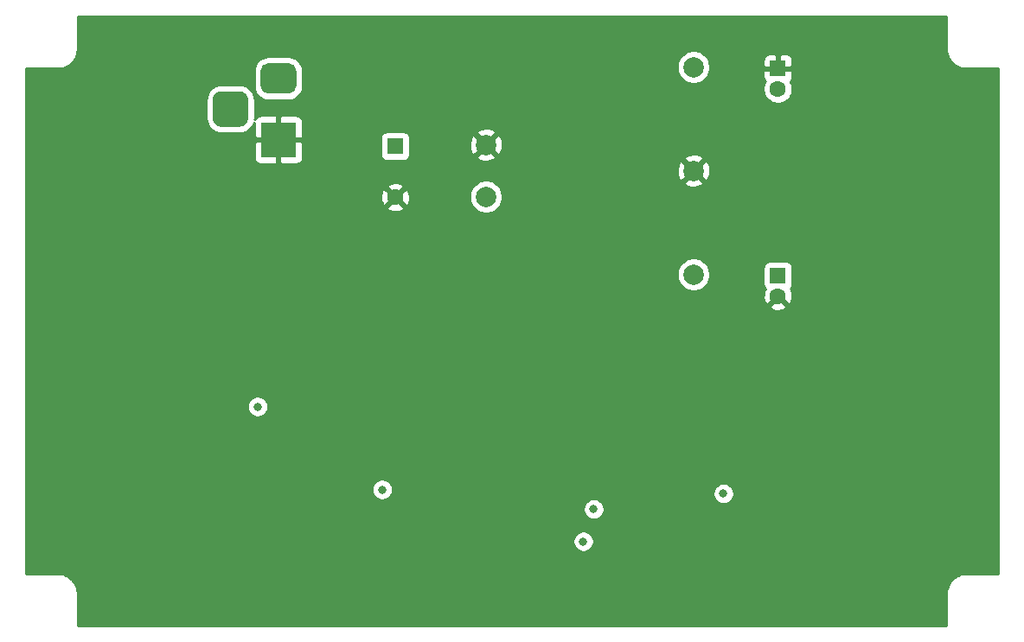
<source format=gbr>
%TF.GenerationSoftware,KiCad,Pcbnew,(5.1.9)-1*%
%TF.CreationDate,2021-05-02T14:53:51-04:00*%
%TF.ProjectId,openEPR_Lock-In,6f70656e-4550-4525-9f4c-6f636b2d496e,rev?*%
%TF.SameCoordinates,Original*%
%TF.FileFunction,Copper,L2,Inr*%
%TF.FilePolarity,Positive*%
%FSLAX46Y46*%
G04 Gerber Fmt 4.6, Leading zero omitted, Abs format (unit mm)*
G04 Created by KiCad (PCBNEW (5.1.9)-1) date 2021-05-02 14:53:51*
%MOMM*%
%LPD*%
G01*
G04 APERTURE LIST*
%TA.AperFunction,ComponentPad*%
%ADD10C,2.000000*%
%TD*%
%TA.AperFunction,ComponentPad*%
%ADD11R,3.500000X3.500000*%
%TD*%
%TA.AperFunction,ComponentPad*%
%ADD12R,1.600000X1.600000*%
%TD*%
%TA.AperFunction,ComponentPad*%
%ADD13C,1.600000*%
%TD*%
%TA.AperFunction,ViaPad*%
%ADD14C,0.800000*%
%TD*%
%TA.AperFunction,Conductor*%
%ADD15C,0.254000*%
%TD*%
%TA.AperFunction,Conductor*%
%ADD16C,0.100000*%
%TD*%
G04 APERTURE END LIST*
D10*
%TO.N,GND*%
%TO.C,U4*%
X71120000Y-38608000D03*
%TO.N,/Vin*%
X71120000Y-43688000D03*
%TO.N,/V+*%
X91440000Y-51308000D03*
%TO.N,GND*%
X91440000Y-41148000D03*
%TO.N,/V-*%
X91440000Y-30988000D03*
%TD*%
D11*
%TO.N,GND*%
%TO.C,J4*%
X50800000Y-38100000D03*
%TO.N,/Vin*%
%TA.AperFunction,ComponentPad*%
G36*
G01*
X49800000Y-30600000D02*
X51800000Y-30600000D01*
G75*
G02*
X52550000Y-31350000I0J-750000D01*
G01*
X52550000Y-32850000D01*
G75*
G02*
X51800000Y-33600000I-750000J0D01*
G01*
X49800000Y-33600000D01*
G75*
G02*
X49050000Y-32850000I0J750000D01*
G01*
X49050000Y-31350000D01*
G75*
G02*
X49800000Y-30600000I750000J0D01*
G01*
G37*
%TD.AperFunction*%
%TO.N,N/C*%
%TA.AperFunction,ComponentPad*%
G36*
G01*
X45225000Y-33350000D02*
X46975000Y-33350000D01*
G75*
G02*
X47850000Y-34225000I0J-875000D01*
G01*
X47850000Y-35975000D01*
G75*
G02*
X46975000Y-36850000I-875000J0D01*
G01*
X45225000Y-36850000D01*
G75*
G02*
X44350000Y-35975000I0J875000D01*
G01*
X44350000Y-34225000D01*
G75*
G02*
X45225000Y-33350000I875000J0D01*
G01*
G37*
%TD.AperFunction*%
%TD*%
D12*
%TO.N,/Vin*%
%TO.C,C7*%
X62230000Y-38735000D03*
D13*
%TO.N,GND*%
X62230000Y-43735000D03*
%TD*%
D12*
%TO.N,/V+*%
%TO.C,C9*%
X99695000Y-51435000D03*
D13*
%TO.N,GND*%
X99695000Y-53435000D03*
%TD*%
%TO.N,/V-*%
%TO.C,C11*%
X99695000Y-33115000D03*
D12*
%TO.N,GND*%
X99695000Y-31115000D03*
%TD*%
D14*
%TO.N,GND*%
X53340000Y-69215000D03*
X69850000Y-83820000D03*
X72390000Y-83820000D03*
X74930000Y-83820000D03*
X77470000Y-83820000D03*
X69850000Y-81280000D03*
X72390000Y-81280000D03*
X74930000Y-81280000D03*
X77470000Y-81280000D03*
X72390000Y-78740000D03*
X69850000Y-78740000D03*
X67310000Y-78740000D03*
X64770000Y-78740000D03*
X62230000Y-78740000D03*
X62230000Y-76200000D03*
X64770000Y-76200000D03*
X67310000Y-76200000D03*
X69850000Y-76200000D03*
X62230000Y-69850000D03*
X64770000Y-69850000D03*
X67310000Y-69850000D03*
X67310000Y-67310000D03*
X64770000Y-67310000D03*
X62230000Y-67310000D03*
X59690000Y-67310000D03*
X59690000Y-69850000D03*
X57150000Y-69850000D03*
X59690000Y-64770000D03*
X62230000Y-64770000D03*
X64770000Y-64770000D03*
X67310000Y-64770000D03*
X67310000Y-62230000D03*
X64770000Y-62230000D03*
X62230000Y-62230000D03*
X59690000Y-62230000D03*
X72390000Y-72390000D03*
X74930000Y-72390000D03*
X74930000Y-69850000D03*
X72390000Y-69850000D03*
X72390000Y-67310000D03*
X74930000Y-64770000D03*
X72390000Y-62230000D03*
X74930000Y-62230000D03*
X77470000Y-62230000D03*
X83820000Y-71120000D03*
X83820000Y-68580000D03*
X83820000Y-64770000D03*
X90170000Y-83820000D03*
X92710000Y-83820000D03*
X95250000Y-83820000D03*
X97790000Y-83820000D03*
X97790000Y-81280000D03*
X95250000Y-81280000D03*
X92710000Y-81280000D03*
X90170000Y-81280000D03*
X49530000Y-83820000D03*
X52070000Y-83820000D03*
X54610000Y-83820000D03*
X57150000Y-83820000D03*
X57150000Y-81280000D03*
X54610000Y-81280000D03*
X52070000Y-81280000D03*
X49530000Y-81280000D03*
X82550000Y-78740000D03*
X95250000Y-78740000D03*
X97790000Y-78740000D03*
X110490000Y-83820000D03*
X113030000Y-83820000D03*
X113030000Y-81280000D03*
X110490000Y-81280000D03*
X36830000Y-83820000D03*
X34290000Y-83820000D03*
X34290000Y-81280000D03*
X36830000Y-81280000D03*
X39370000Y-72390000D03*
X41910000Y-63500000D03*
X59690000Y-59690000D03*
X62230000Y-59690000D03*
X64770000Y-59690000D03*
X67310000Y-59690000D03*
X69850000Y-59690000D03*
X72390000Y-59690000D03*
X74930000Y-59690000D03*
X77470000Y-59690000D03*
X80010000Y-59690000D03*
X83820000Y-59690000D03*
X83820000Y-62230000D03*
X86360000Y-64770000D03*
X88900000Y-64770000D03*
X91440000Y-64770000D03*
X91440000Y-62230000D03*
X88900000Y-62230000D03*
X86360000Y-62230000D03*
X86360000Y-59690000D03*
X88900000Y-59690000D03*
X91440000Y-59690000D03*
X93980000Y-64770000D03*
X96520000Y-64770000D03*
X96520000Y-72390000D03*
X93980000Y-62230000D03*
X93980000Y-59690000D03*
X96520000Y-59690000D03*
X96520000Y-62230000D03*
X110490000Y-78740000D03*
X110490000Y-76200000D03*
X107950000Y-76200000D03*
X107950000Y-78740000D03*
X105410000Y-76200000D03*
X102870000Y-73660000D03*
X105410000Y-73660000D03*
X99060000Y-72390000D03*
X57150000Y-59690000D03*
X54610000Y-62230000D03*
X57150000Y-62230000D03*
X52070000Y-62230000D03*
X34290000Y-27940000D03*
X38100000Y-27940000D03*
X38100000Y-30480000D03*
X34290000Y-30480000D03*
X34290000Y-52070000D03*
X34290000Y-59690000D03*
X113030000Y-27940000D03*
X109220000Y-27940000D03*
X109220000Y-30480000D03*
X113030000Y-30480000D03*
X113030000Y-45720000D03*
X113030000Y-55880000D03*
X101600000Y-46990000D03*
X101600000Y-35560000D03*
X113030000Y-66040000D03*
X34290000Y-39370000D03*
X34290000Y-69850000D03*
X38100000Y-66675000D03*
X34290000Y-74930000D03*
X34290000Y-78105000D03*
X36830000Y-78105000D03*
X101600000Y-63500000D03*
X101600000Y-69850000D03*
X107950000Y-63500000D03*
X107950000Y-69850000D03*
X52070000Y-52070000D03*
X45085000Y-57150000D03*
X63500000Y-33020000D03*
X63500000Y-30480000D03*
X60960000Y-30480000D03*
X66040000Y-35560000D03*
X66040000Y-33020000D03*
X66040000Y-30480000D03*
%TO.N,/V+*%
X80645000Y-77470000D03*
X94361000Y-72771000D03*
X48768000Y-64262000D03*
%TO.N,/V-*%
X60960000Y-72390000D03*
X81661000Y-74295000D03*
%TD*%
D15*
%TO.N,GND*%
X116180001Y-29242419D02*
X116182802Y-29270855D01*
X116182747Y-29278682D01*
X116183646Y-29287853D01*
X116209554Y-29534357D01*
X116221589Y-29592986D01*
X116232792Y-29651716D01*
X116235456Y-29660538D01*
X116308751Y-29897314D01*
X116331931Y-29952457D01*
X116354339Y-30007920D01*
X116358665Y-30016054D01*
X116358667Y-30016059D01*
X116358670Y-30016064D01*
X116476553Y-30234086D01*
X116509988Y-30283654D01*
X116542759Y-30333735D01*
X116548584Y-30340876D01*
X116706577Y-30531856D01*
X116749012Y-30573995D01*
X116790875Y-30616745D01*
X116797976Y-30622618D01*
X116990053Y-30779273D01*
X117039875Y-30812374D01*
X117089237Y-30846173D01*
X117097343Y-30850556D01*
X117316191Y-30966919D01*
X117371479Y-30989707D01*
X117426475Y-31013279D01*
X117435278Y-31016003D01*
X117672559Y-31087643D01*
X117731246Y-31099264D01*
X117789752Y-31111700D01*
X117798915Y-31112663D01*
X117798917Y-31112663D01*
X118045595Y-31136850D01*
X118045598Y-31136850D01*
X118077581Y-31140000D01*
X121260000Y-31140000D01*
X121260001Y-80620000D01*
X118077581Y-80620000D01*
X118049135Y-80622802D01*
X118041318Y-80622747D01*
X118032147Y-80623646D01*
X117785644Y-80649554D01*
X117727028Y-80661586D01*
X117668284Y-80672792D01*
X117659462Y-80675456D01*
X117422686Y-80748751D01*
X117367555Y-80771926D01*
X117312080Y-80794339D01*
X117303944Y-80798666D01*
X117085914Y-80916554D01*
X117036346Y-80949988D01*
X116986265Y-80982760D01*
X116979124Y-80988584D01*
X116788144Y-81146577D01*
X116746005Y-81189012D01*
X116703255Y-81230875D01*
X116697381Y-81237976D01*
X116540727Y-81430054D01*
X116507655Y-81479831D01*
X116473826Y-81529237D01*
X116469444Y-81537343D01*
X116353081Y-81756191D01*
X116330298Y-81811468D01*
X116306721Y-81866475D01*
X116303997Y-81875278D01*
X116232357Y-82112559D01*
X116220736Y-82171246D01*
X116208300Y-82229752D01*
X116207337Y-82238917D01*
X116183150Y-82485595D01*
X116180000Y-82517582D01*
X116180001Y-85700000D01*
X31140000Y-85700000D01*
X31140000Y-82517581D01*
X31137198Y-82489135D01*
X31137253Y-82481318D01*
X31136354Y-82472147D01*
X31110446Y-82225644D01*
X31098414Y-82167028D01*
X31087208Y-82108284D01*
X31084544Y-82099462D01*
X31011249Y-81862686D01*
X30988074Y-81807555D01*
X30965661Y-81752080D01*
X30961334Y-81743944D01*
X30843446Y-81525914D01*
X30810012Y-81476346D01*
X30777240Y-81426265D01*
X30771416Y-81419124D01*
X30613423Y-81228144D01*
X30570988Y-81186005D01*
X30529125Y-81143255D01*
X30522024Y-81137381D01*
X30329946Y-80980727D01*
X30280169Y-80947655D01*
X30230763Y-80913826D01*
X30222657Y-80909444D01*
X30003809Y-80793081D01*
X29948532Y-80770298D01*
X29893525Y-80746721D01*
X29884722Y-80743997D01*
X29647441Y-80672357D01*
X29588754Y-80660736D01*
X29530248Y-80648300D01*
X29521085Y-80647337D01*
X29521083Y-80647337D01*
X29274405Y-80623150D01*
X29274402Y-80623150D01*
X29242419Y-80620000D01*
X26060000Y-80620000D01*
X26060000Y-77368061D01*
X79610000Y-77368061D01*
X79610000Y-77571939D01*
X79649774Y-77771898D01*
X79727795Y-77960256D01*
X79841063Y-78129774D01*
X79985226Y-78273937D01*
X80154744Y-78387205D01*
X80343102Y-78465226D01*
X80543061Y-78505000D01*
X80746939Y-78505000D01*
X80946898Y-78465226D01*
X81135256Y-78387205D01*
X81304774Y-78273937D01*
X81448937Y-78129774D01*
X81562205Y-77960256D01*
X81640226Y-77771898D01*
X81680000Y-77571939D01*
X81680000Y-77368061D01*
X81640226Y-77168102D01*
X81562205Y-76979744D01*
X81448937Y-76810226D01*
X81304774Y-76666063D01*
X81135256Y-76552795D01*
X80946898Y-76474774D01*
X80746939Y-76435000D01*
X80543061Y-76435000D01*
X80343102Y-76474774D01*
X80154744Y-76552795D01*
X79985226Y-76666063D01*
X79841063Y-76810226D01*
X79727795Y-76979744D01*
X79649774Y-77168102D01*
X79610000Y-77368061D01*
X26060000Y-77368061D01*
X26060000Y-74193061D01*
X80626000Y-74193061D01*
X80626000Y-74396939D01*
X80665774Y-74596898D01*
X80743795Y-74785256D01*
X80857063Y-74954774D01*
X81001226Y-75098937D01*
X81170744Y-75212205D01*
X81359102Y-75290226D01*
X81559061Y-75330000D01*
X81762939Y-75330000D01*
X81962898Y-75290226D01*
X82151256Y-75212205D01*
X82320774Y-75098937D01*
X82464937Y-74954774D01*
X82578205Y-74785256D01*
X82656226Y-74596898D01*
X82696000Y-74396939D01*
X82696000Y-74193061D01*
X82656226Y-73993102D01*
X82578205Y-73804744D01*
X82464937Y-73635226D01*
X82320774Y-73491063D01*
X82151256Y-73377795D01*
X81962898Y-73299774D01*
X81762939Y-73260000D01*
X81559061Y-73260000D01*
X81359102Y-73299774D01*
X81170744Y-73377795D01*
X81001226Y-73491063D01*
X80857063Y-73635226D01*
X80743795Y-73804744D01*
X80665774Y-73993102D01*
X80626000Y-74193061D01*
X26060000Y-74193061D01*
X26060000Y-72288061D01*
X59925000Y-72288061D01*
X59925000Y-72491939D01*
X59964774Y-72691898D01*
X60042795Y-72880256D01*
X60156063Y-73049774D01*
X60300226Y-73193937D01*
X60469744Y-73307205D01*
X60658102Y-73385226D01*
X60858061Y-73425000D01*
X61061939Y-73425000D01*
X61261898Y-73385226D01*
X61450256Y-73307205D01*
X61619774Y-73193937D01*
X61763937Y-73049774D01*
X61877205Y-72880256D01*
X61955226Y-72691898D01*
X61959768Y-72669061D01*
X93326000Y-72669061D01*
X93326000Y-72872939D01*
X93365774Y-73072898D01*
X93443795Y-73261256D01*
X93557063Y-73430774D01*
X93701226Y-73574937D01*
X93870744Y-73688205D01*
X94059102Y-73766226D01*
X94259061Y-73806000D01*
X94462939Y-73806000D01*
X94662898Y-73766226D01*
X94851256Y-73688205D01*
X95020774Y-73574937D01*
X95164937Y-73430774D01*
X95278205Y-73261256D01*
X95356226Y-73072898D01*
X95396000Y-72872939D01*
X95396000Y-72669061D01*
X95356226Y-72469102D01*
X95278205Y-72280744D01*
X95164937Y-72111226D01*
X95020774Y-71967063D01*
X94851256Y-71853795D01*
X94662898Y-71775774D01*
X94462939Y-71736000D01*
X94259061Y-71736000D01*
X94059102Y-71775774D01*
X93870744Y-71853795D01*
X93701226Y-71967063D01*
X93557063Y-72111226D01*
X93443795Y-72280744D01*
X93365774Y-72469102D01*
X93326000Y-72669061D01*
X61959768Y-72669061D01*
X61995000Y-72491939D01*
X61995000Y-72288061D01*
X61955226Y-72088102D01*
X61877205Y-71899744D01*
X61763937Y-71730226D01*
X61619774Y-71586063D01*
X61450256Y-71472795D01*
X61261898Y-71394774D01*
X61061939Y-71355000D01*
X60858061Y-71355000D01*
X60658102Y-71394774D01*
X60469744Y-71472795D01*
X60300226Y-71586063D01*
X60156063Y-71730226D01*
X60042795Y-71899744D01*
X59964774Y-72088102D01*
X59925000Y-72288061D01*
X26060000Y-72288061D01*
X26060000Y-64160061D01*
X47733000Y-64160061D01*
X47733000Y-64363939D01*
X47772774Y-64563898D01*
X47850795Y-64752256D01*
X47964063Y-64921774D01*
X48108226Y-65065937D01*
X48277744Y-65179205D01*
X48466102Y-65257226D01*
X48666061Y-65297000D01*
X48869939Y-65297000D01*
X49069898Y-65257226D01*
X49258256Y-65179205D01*
X49427774Y-65065937D01*
X49571937Y-64921774D01*
X49685205Y-64752256D01*
X49763226Y-64563898D01*
X49803000Y-64363939D01*
X49803000Y-64160061D01*
X49763226Y-63960102D01*
X49685205Y-63771744D01*
X49571937Y-63602226D01*
X49427774Y-63458063D01*
X49258256Y-63344795D01*
X49069898Y-63266774D01*
X48869939Y-63227000D01*
X48666061Y-63227000D01*
X48466102Y-63266774D01*
X48277744Y-63344795D01*
X48108226Y-63458063D01*
X47964063Y-63602226D01*
X47850795Y-63771744D01*
X47772774Y-63960102D01*
X47733000Y-64160061D01*
X26060000Y-64160061D01*
X26060000Y-54427702D01*
X98881903Y-54427702D01*
X98953486Y-54671671D01*
X99208996Y-54792571D01*
X99483184Y-54861300D01*
X99765512Y-54875217D01*
X100045130Y-54833787D01*
X100311292Y-54738603D01*
X100436514Y-54671671D01*
X100508097Y-54427702D01*
X99695000Y-53614605D01*
X98881903Y-54427702D01*
X26060000Y-54427702D01*
X26060000Y-53505512D01*
X98254783Y-53505512D01*
X98296213Y-53785130D01*
X98391397Y-54051292D01*
X98458329Y-54176514D01*
X98702298Y-54248097D01*
X99515395Y-53435000D01*
X99501253Y-53420858D01*
X99680858Y-53241253D01*
X99695000Y-53255395D01*
X99709143Y-53241253D01*
X99888748Y-53420858D01*
X99874605Y-53435000D01*
X100687702Y-54248097D01*
X100931671Y-54176514D01*
X101052571Y-53921004D01*
X101121300Y-53646816D01*
X101135217Y-53364488D01*
X101093787Y-53084870D01*
X100998603Y-52818708D01*
X100933384Y-52696691D01*
X100946185Y-52686185D01*
X101025537Y-52589494D01*
X101084502Y-52479180D01*
X101120812Y-52359482D01*
X101133072Y-52235000D01*
X101133072Y-50635000D01*
X101120812Y-50510518D01*
X101084502Y-50390820D01*
X101025537Y-50280506D01*
X100946185Y-50183815D01*
X100849494Y-50104463D01*
X100739180Y-50045498D01*
X100619482Y-50009188D01*
X100495000Y-49996928D01*
X98895000Y-49996928D01*
X98770518Y-50009188D01*
X98650820Y-50045498D01*
X98540506Y-50104463D01*
X98443815Y-50183815D01*
X98364463Y-50280506D01*
X98305498Y-50390820D01*
X98269188Y-50510518D01*
X98256928Y-50635000D01*
X98256928Y-52235000D01*
X98269188Y-52359482D01*
X98305498Y-52479180D01*
X98364463Y-52589494D01*
X98443815Y-52686185D01*
X98456758Y-52696807D01*
X98337429Y-52948996D01*
X98268700Y-53223184D01*
X98254783Y-53505512D01*
X26060000Y-53505512D01*
X26060000Y-51146967D01*
X89805000Y-51146967D01*
X89805000Y-51469033D01*
X89867832Y-51784912D01*
X89991082Y-52082463D01*
X90170013Y-52350252D01*
X90397748Y-52577987D01*
X90665537Y-52756918D01*
X90963088Y-52880168D01*
X91278967Y-52943000D01*
X91601033Y-52943000D01*
X91916912Y-52880168D01*
X92214463Y-52756918D01*
X92482252Y-52577987D01*
X92709987Y-52350252D01*
X92888918Y-52082463D01*
X93012168Y-51784912D01*
X93075000Y-51469033D01*
X93075000Y-51146967D01*
X93012168Y-50831088D01*
X92888918Y-50533537D01*
X92709987Y-50265748D01*
X92482252Y-50038013D01*
X92214463Y-49859082D01*
X91916912Y-49735832D01*
X91601033Y-49673000D01*
X91278967Y-49673000D01*
X90963088Y-49735832D01*
X90665537Y-49859082D01*
X90397748Y-50038013D01*
X90170013Y-50265748D01*
X89991082Y-50533537D01*
X89867832Y-50831088D01*
X89805000Y-51146967D01*
X26060000Y-51146967D01*
X26060000Y-44727702D01*
X61416903Y-44727702D01*
X61488486Y-44971671D01*
X61743996Y-45092571D01*
X62018184Y-45161300D01*
X62300512Y-45175217D01*
X62580130Y-45133787D01*
X62846292Y-45038603D01*
X62971514Y-44971671D01*
X63043097Y-44727702D01*
X62230000Y-43914605D01*
X61416903Y-44727702D01*
X26060000Y-44727702D01*
X26060000Y-43805512D01*
X60789783Y-43805512D01*
X60831213Y-44085130D01*
X60926397Y-44351292D01*
X60993329Y-44476514D01*
X61237298Y-44548097D01*
X62050395Y-43735000D01*
X62409605Y-43735000D01*
X63222702Y-44548097D01*
X63466671Y-44476514D01*
X63587571Y-44221004D01*
X63656300Y-43946816D01*
X63670217Y-43664488D01*
X63649842Y-43526967D01*
X69485000Y-43526967D01*
X69485000Y-43849033D01*
X69547832Y-44164912D01*
X69671082Y-44462463D01*
X69850013Y-44730252D01*
X70077748Y-44957987D01*
X70345537Y-45136918D01*
X70643088Y-45260168D01*
X70958967Y-45323000D01*
X71281033Y-45323000D01*
X71596912Y-45260168D01*
X71894463Y-45136918D01*
X72162252Y-44957987D01*
X72389987Y-44730252D01*
X72568918Y-44462463D01*
X72692168Y-44164912D01*
X72755000Y-43849033D01*
X72755000Y-43526967D01*
X72692168Y-43211088D01*
X72568918Y-42913537D01*
X72389987Y-42645748D01*
X72162252Y-42418013D01*
X71960809Y-42283413D01*
X90484192Y-42283413D01*
X90579956Y-42547814D01*
X90869571Y-42688704D01*
X91181108Y-42770384D01*
X91502595Y-42789718D01*
X91821675Y-42745961D01*
X92126088Y-42640795D01*
X92300044Y-42547814D01*
X92395808Y-42283413D01*
X91440000Y-41327605D01*
X90484192Y-42283413D01*
X71960809Y-42283413D01*
X71894463Y-42239082D01*
X71596912Y-42115832D01*
X71281033Y-42053000D01*
X70958967Y-42053000D01*
X70643088Y-42115832D01*
X70345537Y-42239082D01*
X70077748Y-42418013D01*
X69850013Y-42645748D01*
X69671082Y-42913537D01*
X69547832Y-43211088D01*
X69485000Y-43526967D01*
X63649842Y-43526967D01*
X63628787Y-43384870D01*
X63533603Y-43118708D01*
X63466671Y-42993486D01*
X63222702Y-42921903D01*
X62409605Y-43735000D01*
X62050395Y-43735000D01*
X61237298Y-42921903D01*
X60993329Y-42993486D01*
X60872429Y-43248996D01*
X60803700Y-43523184D01*
X60789783Y-43805512D01*
X26060000Y-43805512D01*
X26060000Y-42742298D01*
X61416903Y-42742298D01*
X62230000Y-43555395D01*
X63043097Y-42742298D01*
X62971514Y-42498329D01*
X62716004Y-42377429D01*
X62441816Y-42308700D01*
X62159488Y-42294783D01*
X61879870Y-42336213D01*
X61613708Y-42431397D01*
X61488486Y-42498329D01*
X61416903Y-42742298D01*
X26060000Y-42742298D01*
X26060000Y-41210595D01*
X89798282Y-41210595D01*
X89842039Y-41529675D01*
X89947205Y-41834088D01*
X90040186Y-42008044D01*
X90304587Y-42103808D01*
X91260395Y-41148000D01*
X91619605Y-41148000D01*
X92575413Y-42103808D01*
X92839814Y-42008044D01*
X92980704Y-41718429D01*
X93062384Y-41406892D01*
X93081718Y-41085405D01*
X93037961Y-40766325D01*
X92932795Y-40461912D01*
X92839814Y-40287956D01*
X92575413Y-40192192D01*
X91619605Y-41148000D01*
X91260395Y-41148000D01*
X90304587Y-40192192D01*
X90040186Y-40287956D01*
X89899296Y-40577571D01*
X89817616Y-40889108D01*
X89798282Y-41210595D01*
X26060000Y-41210595D01*
X26060000Y-39850000D01*
X48411928Y-39850000D01*
X48424188Y-39974482D01*
X48460498Y-40094180D01*
X48519463Y-40204494D01*
X48598815Y-40301185D01*
X48695506Y-40380537D01*
X48805820Y-40439502D01*
X48925518Y-40475812D01*
X49050000Y-40488072D01*
X50514250Y-40485000D01*
X50673000Y-40326250D01*
X50673000Y-38227000D01*
X50927000Y-38227000D01*
X50927000Y-40326250D01*
X51085750Y-40485000D01*
X52550000Y-40488072D01*
X52674482Y-40475812D01*
X52794180Y-40439502D01*
X52904494Y-40380537D01*
X53001185Y-40301185D01*
X53080537Y-40204494D01*
X53139502Y-40094180D01*
X53175812Y-39974482D01*
X53188072Y-39850000D01*
X53185000Y-38385750D01*
X53026250Y-38227000D01*
X50927000Y-38227000D01*
X50673000Y-38227000D01*
X48573750Y-38227000D01*
X48415000Y-38385750D01*
X48411928Y-39850000D01*
X26060000Y-39850000D01*
X26060000Y-34225000D01*
X43711928Y-34225000D01*
X43711928Y-35975000D01*
X43741001Y-36270186D01*
X43827104Y-36554028D01*
X43966927Y-36815618D01*
X44155097Y-37044903D01*
X44384382Y-37233073D01*
X44645972Y-37372896D01*
X44929814Y-37458999D01*
X45225000Y-37488072D01*
X46975000Y-37488072D01*
X47270186Y-37458999D01*
X47554028Y-37372896D01*
X47815618Y-37233073D01*
X48044903Y-37044903D01*
X48233073Y-36815618D01*
X48372896Y-36554028D01*
X48412085Y-36424840D01*
X48415000Y-37814250D01*
X48573750Y-37973000D01*
X50673000Y-37973000D01*
X50673000Y-35873750D01*
X50927000Y-35873750D01*
X50927000Y-37973000D01*
X53026250Y-37973000D01*
X53064250Y-37935000D01*
X60791928Y-37935000D01*
X60791928Y-39535000D01*
X60804188Y-39659482D01*
X60840498Y-39779180D01*
X60899463Y-39889494D01*
X60978815Y-39986185D01*
X61075506Y-40065537D01*
X61185820Y-40124502D01*
X61305518Y-40160812D01*
X61430000Y-40173072D01*
X63030000Y-40173072D01*
X63154482Y-40160812D01*
X63274180Y-40124502D01*
X63384494Y-40065537D01*
X63481185Y-39986185D01*
X63560537Y-39889494D01*
X63619502Y-39779180D01*
X63630351Y-39743413D01*
X70164192Y-39743413D01*
X70259956Y-40007814D01*
X70549571Y-40148704D01*
X70861108Y-40230384D01*
X71182595Y-40249718D01*
X71501675Y-40205961D01*
X71806088Y-40100795D01*
X71971114Y-40012587D01*
X90484192Y-40012587D01*
X91440000Y-40968395D01*
X92395808Y-40012587D01*
X92300044Y-39748186D01*
X92010429Y-39607296D01*
X91698892Y-39525616D01*
X91377405Y-39506282D01*
X91058325Y-39550039D01*
X90753912Y-39655205D01*
X90579956Y-39748186D01*
X90484192Y-40012587D01*
X71971114Y-40012587D01*
X71980044Y-40007814D01*
X72075808Y-39743413D01*
X71120000Y-38787605D01*
X70164192Y-39743413D01*
X63630351Y-39743413D01*
X63655812Y-39659482D01*
X63668072Y-39535000D01*
X63668072Y-38670595D01*
X69478282Y-38670595D01*
X69522039Y-38989675D01*
X69627205Y-39294088D01*
X69720186Y-39468044D01*
X69984587Y-39563808D01*
X70940395Y-38608000D01*
X71299605Y-38608000D01*
X72255413Y-39563808D01*
X72519814Y-39468044D01*
X72660704Y-39178429D01*
X72742384Y-38866892D01*
X72761718Y-38545405D01*
X72717961Y-38226325D01*
X72612795Y-37921912D01*
X72519814Y-37747956D01*
X72255413Y-37652192D01*
X71299605Y-38608000D01*
X70940395Y-38608000D01*
X69984587Y-37652192D01*
X69720186Y-37747956D01*
X69579296Y-38037571D01*
X69497616Y-38349108D01*
X69478282Y-38670595D01*
X63668072Y-38670595D01*
X63668072Y-37935000D01*
X63655812Y-37810518D01*
X63619502Y-37690820D01*
X63560537Y-37580506D01*
X63481185Y-37483815D01*
X63467504Y-37472587D01*
X70164192Y-37472587D01*
X71120000Y-38428395D01*
X72075808Y-37472587D01*
X71980044Y-37208186D01*
X71690429Y-37067296D01*
X71378892Y-36985616D01*
X71057405Y-36966282D01*
X70738325Y-37010039D01*
X70433912Y-37115205D01*
X70259956Y-37208186D01*
X70164192Y-37472587D01*
X63467504Y-37472587D01*
X63384494Y-37404463D01*
X63274180Y-37345498D01*
X63154482Y-37309188D01*
X63030000Y-37296928D01*
X61430000Y-37296928D01*
X61305518Y-37309188D01*
X61185820Y-37345498D01*
X61075506Y-37404463D01*
X60978815Y-37483815D01*
X60899463Y-37580506D01*
X60840498Y-37690820D01*
X60804188Y-37810518D01*
X60791928Y-37935000D01*
X53064250Y-37935000D01*
X53185000Y-37814250D01*
X53188072Y-36350000D01*
X53175812Y-36225518D01*
X53139502Y-36105820D01*
X53080537Y-35995506D01*
X53001185Y-35898815D01*
X52904494Y-35819463D01*
X52794180Y-35760498D01*
X52674482Y-35724188D01*
X52550000Y-35711928D01*
X51085750Y-35715000D01*
X50927000Y-35873750D01*
X50673000Y-35873750D01*
X50514250Y-35715000D01*
X49050000Y-35711928D01*
X48925518Y-35724188D01*
X48805820Y-35760498D01*
X48695506Y-35819463D01*
X48598815Y-35898815D01*
X48519463Y-35995506D01*
X48478506Y-36072131D01*
X48488072Y-35975000D01*
X48488072Y-34225000D01*
X48458999Y-33929814D01*
X48372896Y-33645972D01*
X48233073Y-33384382D01*
X48044903Y-33155097D01*
X47815618Y-32966927D01*
X47554028Y-32827104D01*
X47270186Y-32741001D01*
X46975000Y-32711928D01*
X45225000Y-32711928D01*
X44929814Y-32741001D01*
X44645972Y-32827104D01*
X44384382Y-32966927D01*
X44155097Y-33155097D01*
X43966927Y-33384382D01*
X43827104Y-33645972D01*
X43741001Y-33929814D01*
X43711928Y-34225000D01*
X26060000Y-34225000D01*
X26060000Y-31350000D01*
X48411928Y-31350000D01*
X48411928Y-32850000D01*
X48438599Y-33120799D01*
X48517589Y-33381192D01*
X48645860Y-33621171D01*
X48818485Y-33831515D01*
X49028829Y-34004140D01*
X49268808Y-34132411D01*
X49529201Y-34211401D01*
X49800000Y-34238072D01*
X51800000Y-34238072D01*
X52070799Y-34211401D01*
X52331192Y-34132411D01*
X52571171Y-34004140D01*
X52781515Y-33831515D01*
X52954140Y-33621171D01*
X53082411Y-33381192D01*
X53161401Y-33120799D01*
X53188072Y-32850000D01*
X53188072Y-31350000D01*
X53161401Y-31079201D01*
X53084887Y-30826967D01*
X89805000Y-30826967D01*
X89805000Y-31149033D01*
X89867832Y-31464912D01*
X89991082Y-31762463D01*
X90170013Y-32030252D01*
X90397748Y-32257987D01*
X90665537Y-32436918D01*
X90963088Y-32560168D01*
X91278967Y-32623000D01*
X91601033Y-32623000D01*
X91916912Y-32560168D01*
X92214463Y-32436918D01*
X92482252Y-32257987D01*
X92709987Y-32030252D01*
X92786995Y-31915000D01*
X98256928Y-31915000D01*
X98269188Y-32039482D01*
X98305498Y-32159180D01*
X98364463Y-32269494D01*
X98443815Y-32366185D01*
X98460393Y-32379790D01*
X98423320Y-32435273D01*
X98315147Y-32696426D01*
X98260000Y-32973665D01*
X98260000Y-33256335D01*
X98315147Y-33533574D01*
X98423320Y-33794727D01*
X98580363Y-34029759D01*
X98780241Y-34229637D01*
X99015273Y-34386680D01*
X99276426Y-34494853D01*
X99553665Y-34550000D01*
X99836335Y-34550000D01*
X100113574Y-34494853D01*
X100374727Y-34386680D01*
X100609759Y-34229637D01*
X100809637Y-34029759D01*
X100966680Y-33794727D01*
X101074853Y-33533574D01*
X101130000Y-33256335D01*
X101130000Y-32973665D01*
X101074853Y-32696426D01*
X100966680Y-32435273D01*
X100929607Y-32379790D01*
X100946185Y-32366185D01*
X101025537Y-32269494D01*
X101084502Y-32159180D01*
X101120812Y-32039482D01*
X101133072Y-31915000D01*
X101130000Y-31400750D01*
X100971250Y-31242000D01*
X99822000Y-31242000D01*
X99822000Y-31262000D01*
X99568000Y-31262000D01*
X99568000Y-31242000D01*
X98418750Y-31242000D01*
X98260000Y-31400750D01*
X98256928Y-31915000D01*
X92786995Y-31915000D01*
X92888918Y-31762463D01*
X93012168Y-31464912D01*
X93075000Y-31149033D01*
X93075000Y-30826967D01*
X93012168Y-30511088D01*
X92930946Y-30315000D01*
X98256928Y-30315000D01*
X98260000Y-30829250D01*
X98418750Y-30988000D01*
X99568000Y-30988000D01*
X99568000Y-29838750D01*
X99822000Y-29838750D01*
X99822000Y-30988000D01*
X100971250Y-30988000D01*
X101130000Y-30829250D01*
X101133072Y-30315000D01*
X101120812Y-30190518D01*
X101084502Y-30070820D01*
X101025537Y-29960506D01*
X100946185Y-29863815D01*
X100849494Y-29784463D01*
X100739180Y-29725498D01*
X100619482Y-29689188D01*
X100495000Y-29676928D01*
X99980750Y-29680000D01*
X99822000Y-29838750D01*
X99568000Y-29838750D01*
X99409250Y-29680000D01*
X98895000Y-29676928D01*
X98770518Y-29689188D01*
X98650820Y-29725498D01*
X98540506Y-29784463D01*
X98443815Y-29863815D01*
X98364463Y-29960506D01*
X98305498Y-30070820D01*
X98269188Y-30190518D01*
X98256928Y-30315000D01*
X92930946Y-30315000D01*
X92888918Y-30213537D01*
X92709987Y-29945748D01*
X92482252Y-29718013D01*
X92214463Y-29539082D01*
X91916912Y-29415832D01*
X91601033Y-29353000D01*
X91278967Y-29353000D01*
X90963088Y-29415832D01*
X90665537Y-29539082D01*
X90397748Y-29718013D01*
X90170013Y-29945748D01*
X89991082Y-30213537D01*
X89867832Y-30511088D01*
X89805000Y-30826967D01*
X53084887Y-30826967D01*
X53082411Y-30818808D01*
X52954140Y-30578829D01*
X52781515Y-30368485D01*
X52571171Y-30195860D01*
X52331192Y-30067589D01*
X52070799Y-29988599D01*
X51800000Y-29961928D01*
X49800000Y-29961928D01*
X49529201Y-29988599D01*
X49268808Y-30067589D01*
X49028829Y-30195860D01*
X48818485Y-30368485D01*
X48645860Y-30578829D01*
X48517589Y-30818808D01*
X48438599Y-31079201D01*
X48411928Y-31350000D01*
X26060000Y-31350000D01*
X26060000Y-31140000D01*
X29242419Y-31140000D01*
X29270865Y-31137198D01*
X29278682Y-31137253D01*
X29287853Y-31136354D01*
X29534357Y-31110446D01*
X29592986Y-31098411D01*
X29651716Y-31087208D01*
X29660532Y-31084546D01*
X29660536Y-31084545D01*
X29660539Y-31084544D01*
X29897314Y-31011249D01*
X29952457Y-30988069D01*
X30007920Y-30965661D01*
X30016054Y-30961335D01*
X30016059Y-30961333D01*
X30016064Y-30961330D01*
X30234086Y-30843447D01*
X30283654Y-30810012D01*
X30333735Y-30777241D01*
X30340876Y-30771416D01*
X30531856Y-30613423D01*
X30573995Y-30570988D01*
X30616745Y-30529125D01*
X30622618Y-30522024D01*
X30779273Y-30329947D01*
X30812374Y-30280125D01*
X30846173Y-30230763D01*
X30850556Y-30222657D01*
X30966919Y-30003809D01*
X30989707Y-29948521D01*
X31013279Y-29893525D01*
X31016003Y-29884722D01*
X31087643Y-29647441D01*
X31099264Y-29588754D01*
X31111700Y-29530248D01*
X31112663Y-29521083D01*
X31136850Y-29274405D01*
X31136850Y-29274402D01*
X31140000Y-29242419D01*
X31140000Y-26060000D01*
X116180000Y-26060000D01*
X116180001Y-29242419D01*
%TA.AperFunction,Conductor*%
D16*
G36*
X116180001Y-29242419D02*
G01*
X116182802Y-29270855D01*
X116182747Y-29278682D01*
X116183646Y-29287853D01*
X116209554Y-29534357D01*
X116221589Y-29592986D01*
X116232792Y-29651716D01*
X116235456Y-29660538D01*
X116308751Y-29897314D01*
X116331931Y-29952457D01*
X116354339Y-30007920D01*
X116358665Y-30016054D01*
X116358667Y-30016059D01*
X116358670Y-30016064D01*
X116476553Y-30234086D01*
X116509988Y-30283654D01*
X116542759Y-30333735D01*
X116548584Y-30340876D01*
X116706577Y-30531856D01*
X116749012Y-30573995D01*
X116790875Y-30616745D01*
X116797976Y-30622618D01*
X116990053Y-30779273D01*
X117039875Y-30812374D01*
X117089237Y-30846173D01*
X117097343Y-30850556D01*
X117316191Y-30966919D01*
X117371479Y-30989707D01*
X117426475Y-31013279D01*
X117435278Y-31016003D01*
X117672559Y-31087643D01*
X117731246Y-31099264D01*
X117789752Y-31111700D01*
X117798915Y-31112663D01*
X117798917Y-31112663D01*
X118045595Y-31136850D01*
X118045598Y-31136850D01*
X118077581Y-31140000D01*
X121260000Y-31140000D01*
X121260001Y-80620000D01*
X118077581Y-80620000D01*
X118049135Y-80622802D01*
X118041318Y-80622747D01*
X118032147Y-80623646D01*
X117785644Y-80649554D01*
X117727028Y-80661586D01*
X117668284Y-80672792D01*
X117659462Y-80675456D01*
X117422686Y-80748751D01*
X117367555Y-80771926D01*
X117312080Y-80794339D01*
X117303944Y-80798666D01*
X117085914Y-80916554D01*
X117036346Y-80949988D01*
X116986265Y-80982760D01*
X116979124Y-80988584D01*
X116788144Y-81146577D01*
X116746005Y-81189012D01*
X116703255Y-81230875D01*
X116697381Y-81237976D01*
X116540727Y-81430054D01*
X116507655Y-81479831D01*
X116473826Y-81529237D01*
X116469444Y-81537343D01*
X116353081Y-81756191D01*
X116330298Y-81811468D01*
X116306721Y-81866475D01*
X116303997Y-81875278D01*
X116232357Y-82112559D01*
X116220736Y-82171246D01*
X116208300Y-82229752D01*
X116207337Y-82238917D01*
X116183150Y-82485595D01*
X116180000Y-82517582D01*
X116180001Y-85700000D01*
X31140000Y-85700000D01*
X31140000Y-82517581D01*
X31137198Y-82489135D01*
X31137253Y-82481318D01*
X31136354Y-82472147D01*
X31110446Y-82225644D01*
X31098414Y-82167028D01*
X31087208Y-82108284D01*
X31084544Y-82099462D01*
X31011249Y-81862686D01*
X30988074Y-81807555D01*
X30965661Y-81752080D01*
X30961334Y-81743944D01*
X30843446Y-81525914D01*
X30810012Y-81476346D01*
X30777240Y-81426265D01*
X30771416Y-81419124D01*
X30613423Y-81228144D01*
X30570988Y-81186005D01*
X30529125Y-81143255D01*
X30522024Y-81137381D01*
X30329946Y-80980727D01*
X30280169Y-80947655D01*
X30230763Y-80913826D01*
X30222657Y-80909444D01*
X30003809Y-80793081D01*
X29948532Y-80770298D01*
X29893525Y-80746721D01*
X29884722Y-80743997D01*
X29647441Y-80672357D01*
X29588754Y-80660736D01*
X29530248Y-80648300D01*
X29521085Y-80647337D01*
X29521083Y-80647337D01*
X29274405Y-80623150D01*
X29274402Y-80623150D01*
X29242419Y-80620000D01*
X26060000Y-80620000D01*
X26060000Y-77368061D01*
X79610000Y-77368061D01*
X79610000Y-77571939D01*
X79649774Y-77771898D01*
X79727795Y-77960256D01*
X79841063Y-78129774D01*
X79985226Y-78273937D01*
X80154744Y-78387205D01*
X80343102Y-78465226D01*
X80543061Y-78505000D01*
X80746939Y-78505000D01*
X80946898Y-78465226D01*
X81135256Y-78387205D01*
X81304774Y-78273937D01*
X81448937Y-78129774D01*
X81562205Y-77960256D01*
X81640226Y-77771898D01*
X81680000Y-77571939D01*
X81680000Y-77368061D01*
X81640226Y-77168102D01*
X81562205Y-76979744D01*
X81448937Y-76810226D01*
X81304774Y-76666063D01*
X81135256Y-76552795D01*
X80946898Y-76474774D01*
X80746939Y-76435000D01*
X80543061Y-76435000D01*
X80343102Y-76474774D01*
X80154744Y-76552795D01*
X79985226Y-76666063D01*
X79841063Y-76810226D01*
X79727795Y-76979744D01*
X79649774Y-77168102D01*
X79610000Y-77368061D01*
X26060000Y-77368061D01*
X26060000Y-74193061D01*
X80626000Y-74193061D01*
X80626000Y-74396939D01*
X80665774Y-74596898D01*
X80743795Y-74785256D01*
X80857063Y-74954774D01*
X81001226Y-75098937D01*
X81170744Y-75212205D01*
X81359102Y-75290226D01*
X81559061Y-75330000D01*
X81762939Y-75330000D01*
X81962898Y-75290226D01*
X82151256Y-75212205D01*
X82320774Y-75098937D01*
X82464937Y-74954774D01*
X82578205Y-74785256D01*
X82656226Y-74596898D01*
X82696000Y-74396939D01*
X82696000Y-74193061D01*
X82656226Y-73993102D01*
X82578205Y-73804744D01*
X82464937Y-73635226D01*
X82320774Y-73491063D01*
X82151256Y-73377795D01*
X81962898Y-73299774D01*
X81762939Y-73260000D01*
X81559061Y-73260000D01*
X81359102Y-73299774D01*
X81170744Y-73377795D01*
X81001226Y-73491063D01*
X80857063Y-73635226D01*
X80743795Y-73804744D01*
X80665774Y-73993102D01*
X80626000Y-74193061D01*
X26060000Y-74193061D01*
X26060000Y-72288061D01*
X59925000Y-72288061D01*
X59925000Y-72491939D01*
X59964774Y-72691898D01*
X60042795Y-72880256D01*
X60156063Y-73049774D01*
X60300226Y-73193937D01*
X60469744Y-73307205D01*
X60658102Y-73385226D01*
X60858061Y-73425000D01*
X61061939Y-73425000D01*
X61261898Y-73385226D01*
X61450256Y-73307205D01*
X61619774Y-73193937D01*
X61763937Y-73049774D01*
X61877205Y-72880256D01*
X61955226Y-72691898D01*
X61959768Y-72669061D01*
X93326000Y-72669061D01*
X93326000Y-72872939D01*
X93365774Y-73072898D01*
X93443795Y-73261256D01*
X93557063Y-73430774D01*
X93701226Y-73574937D01*
X93870744Y-73688205D01*
X94059102Y-73766226D01*
X94259061Y-73806000D01*
X94462939Y-73806000D01*
X94662898Y-73766226D01*
X94851256Y-73688205D01*
X95020774Y-73574937D01*
X95164937Y-73430774D01*
X95278205Y-73261256D01*
X95356226Y-73072898D01*
X95396000Y-72872939D01*
X95396000Y-72669061D01*
X95356226Y-72469102D01*
X95278205Y-72280744D01*
X95164937Y-72111226D01*
X95020774Y-71967063D01*
X94851256Y-71853795D01*
X94662898Y-71775774D01*
X94462939Y-71736000D01*
X94259061Y-71736000D01*
X94059102Y-71775774D01*
X93870744Y-71853795D01*
X93701226Y-71967063D01*
X93557063Y-72111226D01*
X93443795Y-72280744D01*
X93365774Y-72469102D01*
X93326000Y-72669061D01*
X61959768Y-72669061D01*
X61995000Y-72491939D01*
X61995000Y-72288061D01*
X61955226Y-72088102D01*
X61877205Y-71899744D01*
X61763937Y-71730226D01*
X61619774Y-71586063D01*
X61450256Y-71472795D01*
X61261898Y-71394774D01*
X61061939Y-71355000D01*
X60858061Y-71355000D01*
X60658102Y-71394774D01*
X60469744Y-71472795D01*
X60300226Y-71586063D01*
X60156063Y-71730226D01*
X60042795Y-71899744D01*
X59964774Y-72088102D01*
X59925000Y-72288061D01*
X26060000Y-72288061D01*
X26060000Y-64160061D01*
X47733000Y-64160061D01*
X47733000Y-64363939D01*
X47772774Y-64563898D01*
X47850795Y-64752256D01*
X47964063Y-64921774D01*
X48108226Y-65065937D01*
X48277744Y-65179205D01*
X48466102Y-65257226D01*
X48666061Y-65297000D01*
X48869939Y-65297000D01*
X49069898Y-65257226D01*
X49258256Y-65179205D01*
X49427774Y-65065937D01*
X49571937Y-64921774D01*
X49685205Y-64752256D01*
X49763226Y-64563898D01*
X49803000Y-64363939D01*
X49803000Y-64160061D01*
X49763226Y-63960102D01*
X49685205Y-63771744D01*
X49571937Y-63602226D01*
X49427774Y-63458063D01*
X49258256Y-63344795D01*
X49069898Y-63266774D01*
X48869939Y-63227000D01*
X48666061Y-63227000D01*
X48466102Y-63266774D01*
X48277744Y-63344795D01*
X48108226Y-63458063D01*
X47964063Y-63602226D01*
X47850795Y-63771744D01*
X47772774Y-63960102D01*
X47733000Y-64160061D01*
X26060000Y-64160061D01*
X26060000Y-54427702D01*
X98881903Y-54427702D01*
X98953486Y-54671671D01*
X99208996Y-54792571D01*
X99483184Y-54861300D01*
X99765512Y-54875217D01*
X100045130Y-54833787D01*
X100311292Y-54738603D01*
X100436514Y-54671671D01*
X100508097Y-54427702D01*
X99695000Y-53614605D01*
X98881903Y-54427702D01*
X26060000Y-54427702D01*
X26060000Y-53505512D01*
X98254783Y-53505512D01*
X98296213Y-53785130D01*
X98391397Y-54051292D01*
X98458329Y-54176514D01*
X98702298Y-54248097D01*
X99515395Y-53435000D01*
X99501253Y-53420858D01*
X99680858Y-53241253D01*
X99695000Y-53255395D01*
X99709143Y-53241253D01*
X99888748Y-53420858D01*
X99874605Y-53435000D01*
X100687702Y-54248097D01*
X100931671Y-54176514D01*
X101052571Y-53921004D01*
X101121300Y-53646816D01*
X101135217Y-53364488D01*
X101093787Y-53084870D01*
X100998603Y-52818708D01*
X100933384Y-52696691D01*
X100946185Y-52686185D01*
X101025537Y-52589494D01*
X101084502Y-52479180D01*
X101120812Y-52359482D01*
X101133072Y-52235000D01*
X101133072Y-50635000D01*
X101120812Y-50510518D01*
X101084502Y-50390820D01*
X101025537Y-50280506D01*
X100946185Y-50183815D01*
X100849494Y-50104463D01*
X100739180Y-50045498D01*
X100619482Y-50009188D01*
X100495000Y-49996928D01*
X98895000Y-49996928D01*
X98770518Y-50009188D01*
X98650820Y-50045498D01*
X98540506Y-50104463D01*
X98443815Y-50183815D01*
X98364463Y-50280506D01*
X98305498Y-50390820D01*
X98269188Y-50510518D01*
X98256928Y-50635000D01*
X98256928Y-52235000D01*
X98269188Y-52359482D01*
X98305498Y-52479180D01*
X98364463Y-52589494D01*
X98443815Y-52686185D01*
X98456758Y-52696807D01*
X98337429Y-52948996D01*
X98268700Y-53223184D01*
X98254783Y-53505512D01*
X26060000Y-53505512D01*
X26060000Y-51146967D01*
X89805000Y-51146967D01*
X89805000Y-51469033D01*
X89867832Y-51784912D01*
X89991082Y-52082463D01*
X90170013Y-52350252D01*
X90397748Y-52577987D01*
X90665537Y-52756918D01*
X90963088Y-52880168D01*
X91278967Y-52943000D01*
X91601033Y-52943000D01*
X91916912Y-52880168D01*
X92214463Y-52756918D01*
X92482252Y-52577987D01*
X92709987Y-52350252D01*
X92888918Y-52082463D01*
X93012168Y-51784912D01*
X93075000Y-51469033D01*
X93075000Y-51146967D01*
X93012168Y-50831088D01*
X92888918Y-50533537D01*
X92709987Y-50265748D01*
X92482252Y-50038013D01*
X92214463Y-49859082D01*
X91916912Y-49735832D01*
X91601033Y-49673000D01*
X91278967Y-49673000D01*
X90963088Y-49735832D01*
X90665537Y-49859082D01*
X90397748Y-50038013D01*
X90170013Y-50265748D01*
X89991082Y-50533537D01*
X89867832Y-50831088D01*
X89805000Y-51146967D01*
X26060000Y-51146967D01*
X26060000Y-44727702D01*
X61416903Y-44727702D01*
X61488486Y-44971671D01*
X61743996Y-45092571D01*
X62018184Y-45161300D01*
X62300512Y-45175217D01*
X62580130Y-45133787D01*
X62846292Y-45038603D01*
X62971514Y-44971671D01*
X63043097Y-44727702D01*
X62230000Y-43914605D01*
X61416903Y-44727702D01*
X26060000Y-44727702D01*
X26060000Y-43805512D01*
X60789783Y-43805512D01*
X60831213Y-44085130D01*
X60926397Y-44351292D01*
X60993329Y-44476514D01*
X61237298Y-44548097D01*
X62050395Y-43735000D01*
X62409605Y-43735000D01*
X63222702Y-44548097D01*
X63466671Y-44476514D01*
X63587571Y-44221004D01*
X63656300Y-43946816D01*
X63670217Y-43664488D01*
X63649842Y-43526967D01*
X69485000Y-43526967D01*
X69485000Y-43849033D01*
X69547832Y-44164912D01*
X69671082Y-44462463D01*
X69850013Y-44730252D01*
X70077748Y-44957987D01*
X70345537Y-45136918D01*
X70643088Y-45260168D01*
X70958967Y-45323000D01*
X71281033Y-45323000D01*
X71596912Y-45260168D01*
X71894463Y-45136918D01*
X72162252Y-44957987D01*
X72389987Y-44730252D01*
X72568918Y-44462463D01*
X72692168Y-44164912D01*
X72755000Y-43849033D01*
X72755000Y-43526967D01*
X72692168Y-43211088D01*
X72568918Y-42913537D01*
X72389987Y-42645748D01*
X72162252Y-42418013D01*
X71960809Y-42283413D01*
X90484192Y-42283413D01*
X90579956Y-42547814D01*
X90869571Y-42688704D01*
X91181108Y-42770384D01*
X91502595Y-42789718D01*
X91821675Y-42745961D01*
X92126088Y-42640795D01*
X92300044Y-42547814D01*
X92395808Y-42283413D01*
X91440000Y-41327605D01*
X90484192Y-42283413D01*
X71960809Y-42283413D01*
X71894463Y-42239082D01*
X71596912Y-42115832D01*
X71281033Y-42053000D01*
X70958967Y-42053000D01*
X70643088Y-42115832D01*
X70345537Y-42239082D01*
X70077748Y-42418013D01*
X69850013Y-42645748D01*
X69671082Y-42913537D01*
X69547832Y-43211088D01*
X69485000Y-43526967D01*
X63649842Y-43526967D01*
X63628787Y-43384870D01*
X63533603Y-43118708D01*
X63466671Y-42993486D01*
X63222702Y-42921903D01*
X62409605Y-43735000D01*
X62050395Y-43735000D01*
X61237298Y-42921903D01*
X60993329Y-42993486D01*
X60872429Y-43248996D01*
X60803700Y-43523184D01*
X60789783Y-43805512D01*
X26060000Y-43805512D01*
X26060000Y-42742298D01*
X61416903Y-42742298D01*
X62230000Y-43555395D01*
X63043097Y-42742298D01*
X62971514Y-42498329D01*
X62716004Y-42377429D01*
X62441816Y-42308700D01*
X62159488Y-42294783D01*
X61879870Y-42336213D01*
X61613708Y-42431397D01*
X61488486Y-42498329D01*
X61416903Y-42742298D01*
X26060000Y-42742298D01*
X26060000Y-41210595D01*
X89798282Y-41210595D01*
X89842039Y-41529675D01*
X89947205Y-41834088D01*
X90040186Y-42008044D01*
X90304587Y-42103808D01*
X91260395Y-41148000D01*
X91619605Y-41148000D01*
X92575413Y-42103808D01*
X92839814Y-42008044D01*
X92980704Y-41718429D01*
X93062384Y-41406892D01*
X93081718Y-41085405D01*
X93037961Y-40766325D01*
X92932795Y-40461912D01*
X92839814Y-40287956D01*
X92575413Y-40192192D01*
X91619605Y-41148000D01*
X91260395Y-41148000D01*
X90304587Y-40192192D01*
X90040186Y-40287956D01*
X89899296Y-40577571D01*
X89817616Y-40889108D01*
X89798282Y-41210595D01*
X26060000Y-41210595D01*
X26060000Y-39850000D01*
X48411928Y-39850000D01*
X48424188Y-39974482D01*
X48460498Y-40094180D01*
X48519463Y-40204494D01*
X48598815Y-40301185D01*
X48695506Y-40380537D01*
X48805820Y-40439502D01*
X48925518Y-40475812D01*
X49050000Y-40488072D01*
X50514250Y-40485000D01*
X50673000Y-40326250D01*
X50673000Y-38227000D01*
X50927000Y-38227000D01*
X50927000Y-40326250D01*
X51085750Y-40485000D01*
X52550000Y-40488072D01*
X52674482Y-40475812D01*
X52794180Y-40439502D01*
X52904494Y-40380537D01*
X53001185Y-40301185D01*
X53080537Y-40204494D01*
X53139502Y-40094180D01*
X53175812Y-39974482D01*
X53188072Y-39850000D01*
X53185000Y-38385750D01*
X53026250Y-38227000D01*
X50927000Y-38227000D01*
X50673000Y-38227000D01*
X48573750Y-38227000D01*
X48415000Y-38385750D01*
X48411928Y-39850000D01*
X26060000Y-39850000D01*
X26060000Y-34225000D01*
X43711928Y-34225000D01*
X43711928Y-35975000D01*
X43741001Y-36270186D01*
X43827104Y-36554028D01*
X43966927Y-36815618D01*
X44155097Y-37044903D01*
X44384382Y-37233073D01*
X44645972Y-37372896D01*
X44929814Y-37458999D01*
X45225000Y-37488072D01*
X46975000Y-37488072D01*
X47270186Y-37458999D01*
X47554028Y-37372896D01*
X47815618Y-37233073D01*
X48044903Y-37044903D01*
X48233073Y-36815618D01*
X48372896Y-36554028D01*
X48412085Y-36424840D01*
X48415000Y-37814250D01*
X48573750Y-37973000D01*
X50673000Y-37973000D01*
X50673000Y-35873750D01*
X50927000Y-35873750D01*
X50927000Y-37973000D01*
X53026250Y-37973000D01*
X53064250Y-37935000D01*
X60791928Y-37935000D01*
X60791928Y-39535000D01*
X60804188Y-39659482D01*
X60840498Y-39779180D01*
X60899463Y-39889494D01*
X60978815Y-39986185D01*
X61075506Y-40065537D01*
X61185820Y-40124502D01*
X61305518Y-40160812D01*
X61430000Y-40173072D01*
X63030000Y-40173072D01*
X63154482Y-40160812D01*
X63274180Y-40124502D01*
X63384494Y-40065537D01*
X63481185Y-39986185D01*
X63560537Y-39889494D01*
X63619502Y-39779180D01*
X63630351Y-39743413D01*
X70164192Y-39743413D01*
X70259956Y-40007814D01*
X70549571Y-40148704D01*
X70861108Y-40230384D01*
X71182595Y-40249718D01*
X71501675Y-40205961D01*
X71806088Y-40100795D01*
X71971114Y-40012587D01*
X90484192Y-40012587D01*
X91440000Y-40968395D01*
X92395808Y-40012587D01*
X92300044Y-39748186D01*
X92010429Y-39607296D01*
X91698892Y-39525616D01*
X91377405Y-39506282D01*
X91058325Y-39550039D01*
X90753912Y-39655205D01*
X90579956Y-39748186D01*
X90484192Y-40012587D01*
X71971114Y-40012587D01*
X71980044Y-40007814D01*
X72075808Y-39743413D01*
X71120000Y-38787605D01*
X70164192Y-39743413D01*
X63630351Y-39743413D01*
X63655812Y-39659482D01*
X63668072Y-39535000D01*
X63668072Y-38670595D01*
X69478282Y-38670595D01*
X69522039Y-38989675D01*
X69627205Y-39294088D01*
X69720186Y-39468044D01*
X69984587Y-39563808D01*
X70940395Y-38608000D01*
X71299605Y-38608000D01*
X72255413Y-39563808D01*
X72519814Y-39468044D01*
X72660704Y-39178429D01*
X72742384Y-38866892D01*
X72761718Y-38545405D01*
X72717961Y-38226325D01*
X72612795Y-37921912D01*
X72519814Y-37747956D01*
X72255413Y-37652192D01*
X71299605Y-38608000D01*
X70940395Y-38608000D01*
X69984587Y-37652192D01*
X69720186Y-37747956D01*
X69579296Y-38037571D01*
X69497616Y-38349108D01*
X69478282Y-38670595D01*
X63668072Y-38670595D01*
X63668072Y-37935000D01*
X63655812Y-37810518D01*
X63619502Y-37690820D01*
X63560537Y-37580506D01*
X63481185Y-37483815D01*
X63467504Y-37472587D01*
X70164192Y-37472587D01*
X71120000Y-38428395D01*
X72075808Y-37472587D01*
X71980044Y-37208186D01*
X71690429Y-37067296D01*
X71378892Y-36985616D01*
X71057405Y-36966282D01*
X70738325Y-37010039D01*
X70433912Y-37115205D01*
X70259956Y-37208186D01*
X70164192Y-37472587D01*
X63467504Y-37472587D01*
X63384494Y-37404463D01*
X63274180Y-37345498D01*
X63154482Y-37309188D01*
X63030000Y-37296928D01*
X61430000Y-37296928D01*
X61305518Y-37309188D01*
X61185820Y-37345498D01*
X61075506Y-37404463D01*
X60978815Y-37483815D01*
X60899463Y-37580506D01*
X60840498Y-37690820D01*
X60804188Y-37810518D01*
X60791928Y-37935000D01*
X53064250Y-37935000D01*
X53185000Y-37814250D01*
X53188072Y-36350000D01*
X53175812Y-36225518D01*
X53139502Y-36105820D01*
X53080537Y-35995506D01*
X53001185Y-35898815D01*
X52904494Y-35819463D01*
X52794180Y-35760498D01*
X52674482Y-35724188D01*
X52550000Y-35711928D01*
X51085750Y-35715000D01*
X50927000Y-35873750D01*
X50673000Y-35873750D01*
X50514250Y-35715000D01*
X49050000Y-35711928D01*
X48925518Y-35724188D01*
X48805820Y-35760498D01*
X48695506Y-35819463D01*
X48598815Y-35898815D01*
X48519463Y-35995506D01*
X48478506Y-36072131D01*
X48488072Y-35975000D01*
X48488072Y-34225000D01*
X48458999Y-33929814D01*
X48372896Y-33645972D01*
X48233073Y-33384382D01*
X48044903Y-33155097D01*
X47815618Y-32966927D01*
X47554028Y-32827104D01*
X47270186Y-32741001D01*
X46975000Y-32711928D01*
X45225000Y-32711928D01*
X44929814Y-32741001D01*
X44645972Y-32827104D01*
X44384382Y-32966927D01*
X44155097Y-33155097D01*
X43966927Y-33384382D01*
X43827104Y-33645972D01*
X43741001Y-33929814D01*
X43711928Y-34225000D01*
X26060000Y-34225000D01*
X26060000Y-31350000D01*
X48411928Y-31350000D01*
X48411928Y-32850000D01*
X48438599Y-33120799D01*
X48517589Y-33381192D01*
X48645860Y-33621171D01*
X48818485Y-33831515D01*
X49028829Y-34004140D01*
X49268808Y-34132411D01*
X49529201Y-34211401D01*
X49800000Y-34238072D01*
X51800000Y-34238072D01*
X52070799Y-34211401D01*
X52331192Y-34132411D01*
X52571171Y-34004140D01*
X52781515Y-33831515D01*
X52954140Y-33621171D01*
X53082411Y-33381192D01*
X53161401Y-33120799D01*
X53188072Y-32850000D01*
X53188072Y-31350000D01*
X53161401Y-31079201D01*
X53084887Y-30826967D01*
X89805000Y-30826967D01*
X89805000Y-31149033D01*
X89867832Y-31464912D01*
X89991082Y-31762463D01*
X90170013Y-32030252D01*
X90397748Y-32257987D01*
X90665537Y-32436918D01*
X90963088Y-32560168D01*
X91278967Y-32623000D01*
X91601033Y-32623000D01*
X91916912Y-32560168D01*
X92214463Y-32436918D01*
X92482252Y-32257987D01*
X92709987Y-32030252D01*
X92786995Y-31915000D01*
X98256928Y-31915000D01*
X98269188Y-32039482D01*
X98305498Y-32159180D01*
X98364463Y-32269494D01*
X98443815Y-32366185D01*
X98460393Y-32379790D01*
X98423320Y-32435273D01*
X98315147Y-32696426D01*
X98260000Y-32973665D01*
X98260000Y-33256335D01*
X98315147Y-33533574D01*
X98423320Y-33794727D01*
X98580363Y-34029759D01*
X98780241Y-34229637D01*
X99015273Y-34386680D01*
X99276426Y-34494853D01*
X99553665Y-34550000D01*
X99836335Y-34550000D01*
X100113574Y-34494853D01*
X100374727Y-34386680D01*
X100609759Y-34229637D01*
X100809637Y-34029759D01*
X100966680Y-33794727D01*
X101074853Y-33533574D01*
X101130000Y-33256335D01*
X101130000Y-32973665D01*
X101074853Y-32696426D01*
X100966680Y-32435273D01*
X100929607Y-32379790D01*
X100946185Y-32366185D01*
X101025537Y-32269494D01*
X101084502Y-32159180D01*
X101120812Y-32039482D01*
X101133072Y-31915000D01*
X101130000Y-31400750D01*
X100971250Y-31242000D01*
X99822000Y-31242000D01*
X99822000Y-31262000D01*
X99568000Y-31262000D01*
X99568000Y-31242000D01*
X98418750Y-31242000D01*
X98260000Y-31400750D01*
X98256928Y-31915000D01*
X92786995Y-31915000D01*
X92888918Y-31762463D01*
X93012168Y-31464912D01*
X93075000Y-31149033D01*
X93075000Y-30826967D01*
X93012168Y-30511088D01*
X92930946Y-30315000D01*
X98256928Y-30315000D01*
X98260000Y-30829250D01*
X98418750Y-30988000D01*
X99568000Y-30988000D01*
X99568000Y-29838750D01*
X99822000Y-29838750D01*
X99822000Y-30988000D01*
X100971250Y-30988000D01*
X101130000Y-30829250D01*
X101133072Y-30315000D01*
X101120812Y-30190518D01*
X101084502Y-30070820D01*
X101025537Y-29960506D01*
X100946185Y-29863815D01*
X100849494Y-29784463D01*
X100739180Y-29725498D01*
X100619482Y-29689188D01*
X100495000Y-29676928D01*
X99980750Y-29680000D01*
X99822000Y-29838750D01*
X99568000Y-29838750D01*
X99409250Y-29680000D01*
X98895000Y-29676928D01*
X98770518Y-29689188D01*
X98650820Y-29725498D01*
X98540506Y-29784463D01*
X98443815Y-29863815D01*
X98364463Y-29960506D01*
X98305498Y-30070820D01*
X98269188Y-30190518D01*
X98256928Y-30315000D01*
X92930946Y-30315000D01*
X92888918Y-30213537D01*
X92709987Y-29945748D01*
X92482252Y-29718013D01*
X92214463Y-29539082D01*
X91916912Y-29415832D01*
X91601033Y-29353000D01*
X91278967Y-29353000D01*
X90963088Y-29415832D01*
X90665537Y-29539082D01*
X90397748Y-29718013D01*
X90170013Y-29945748D01*
X89991082Y-30213537D01*
X89867832Y-30511088D01*
X89805000Y-30826967D01*
X53084887Y-30826967D01*
X53082411Y-30818808D01*
X52954140Y-30578829D01*
X52781515Y-30368485D01*
X52571171Y-30195860D01*
X52331192Y-30067589D01*
X52070799Y-29988599D01*
X51800000Y-29961928D01*
X49800000Y-29961928D01*
X49529201Y-29988599D01*
X49268808Y-30067589D01*
X49028829Y-30195860D01*
X48818485Y-30368485D01*
X48645860Y-30578829D01*
X48517589Y-30818808D01*
X48438599Y-31079201D01*
X48411928Y-31350000D01*
X26060000Y-31350000D01*
X26060000Y-31140000D01*
X29242419Y-31140000D01*
X29270865Y-31137198D01*
X29278682Y-31137253D01*
X29287853Y-31136354D01*
X29534357Y-31110446D01*
X29592986Y-31098411D01*
X29651716Y-31087208D01*
X29660532Y-31084546D01*
X29660536Y-31084545D01*
X29660539Y-31084544D01*
X29897314Y-31011249D01*
X29952457Y-30988069D01*
X30007920Y-30965661D01*
X30016054Y-30961335D01*
X30016059Y-30961333D01*
X30016064Y-30961330D01*
X30234086Y-30843447D01*
X30283654Y-30810012D01*
X30333735Y-30777241D01*
X30340876Y-30771416D01*
X30531856Y-30613423D01*
X30573995Y-30570988D01*
X30616745Y-30529125D01*
X30622618Y-30522024D01*
X30779273Y-30329947D01*
X30812374Y-30280125D01*
X30846173Y-30230763D01*
X30850556Y-30222657D01*
X30966919Y-30003809D01*
X30989707Y-29948521D01*
X31013279Y-29893525D01*
X31016003Y-29884722D01*
X31087643Y-29647441D01*
X31099264Y-29588754D01*
X31111700Y-29530248D01*
X31112663Y-29521083D01*
X31136850Y-29274405D01*
X31136850Y-29274402D01*
X31140000Y-29242419D01*
X31140000Y-26060000D01*
X116180000Y-26060000D01*
X116180001Y-29242419D01*
G37*
%TD.AperFunction*%
%TD*%
M02*

</source>
